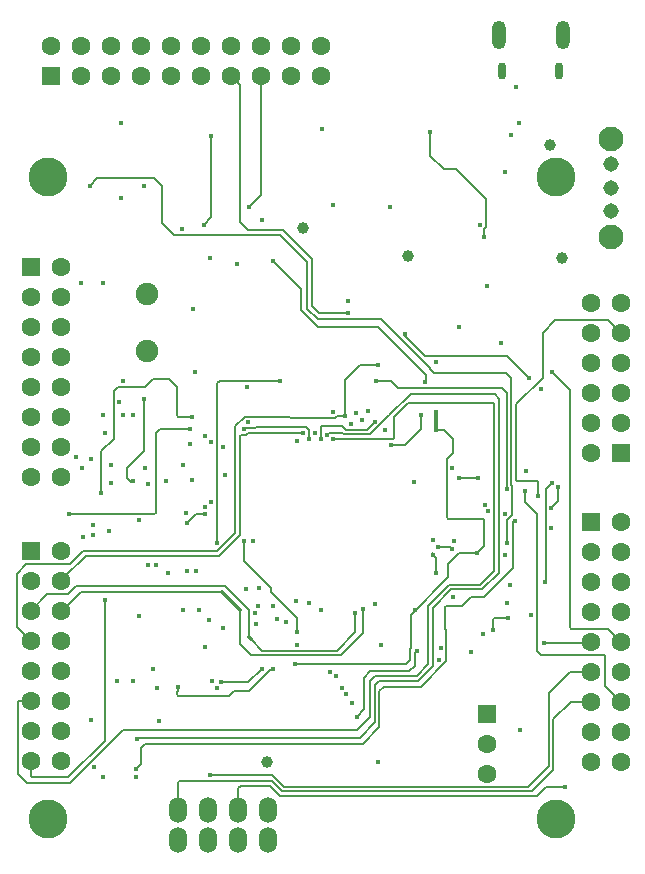
<source format=gbr>
%TF.GenerationSoftware,Altium Limited,Altium Designer,20.2.5 (213)*%
G04 Layer_Physical_Order=3*
G04 Layer_Color=16440176*
%FSLAX45Y45*%
%MOMM*%
%TF.SameCoordinates,0B4FD596-2A60-4D0F-BAE7-1B06E363B609*%
%TF.FilePolarity,Positive*%
%TF.FileFunction,Copper,L3,Inr,Signal*%
%TF.Part,Single*%
G01*
G75*
%TA.AperFunction,Conductor*%
%ADD26C,0.20000*%
%ADD27C,0.30000*%
%TA.AperFunction,ComponentPad*%
%ADD31C,1.30800*%
%ADD32C,2.10000*%
%ADD33C,1.60000*%
%ADD34R,1.60000X1.60000*%
%ADD35C,1.90500*%
%ADD36R,1.60000X1.60000*%
%ADD37O,1.52400X2.18440*%
%ADD38O,1.20000X2.40000*%
%ADD39O,0.73000X1.46000*%
%TA.AperFunction,ViaPad*%
%ADD40C,0.40000*%
%ADD41C,1.00000*%
%ADD42C,3.30000*%
D26*
X12419349Y4462007D02*
G03*
X12420709Y4462000I1251J109993D01*
G01*
X10167676Y5344514D02*
X10168540Y5345378D01*
X10591800Y6108700D02*
X10812260Y5888240D01*
X10591800Y6108700D02*
Y6146800D01*
X10812260Y5770000D02*
Y5888240D01*
X10363200Y6375400D02*
X10591800Y6146800D01*
X10363200Y6375400D02*
Y6540500D01*
X11770986Y5631397D02*
X11772900Y5633310D01*
Y5918200D01*
X12090400Y6235700D01*
X11770986Y5535286D02*
Y5631397D01*
X11734800Y5499100D02*
X11770986Y5535286D01*
X11762100Y5437500D02*
X11811000Y5486400D01*
Y5595288D02*
X11823700Y5607988D01*
X11811000Y5486400D02*
Y5595288D01*
X11823700Y5607988D02*
Y5613400D01*
X10795000Y5499100D02*
X11734800D01*
X11150554Y5614200D02*
X11303000Y5766647D01*
X10519674Y5614200D02*
X11150554D01*
X10325100Y5669074D02*
X10419974Y5574200D01*
X11181264D01*
X11367900Y5760836D01*
X10418874Y5715000D02*
X10519674Y5614200D01*
X10591718Y5461000D02*
X10604500D01*
X10401218Y5270500D02*
X10591718Y5461000D01*
X10274259Y5270500D02*
X10401218D01*
X10236159Y5232400D02*
X10274259Y5270500D01*
X9806300Y5232400D02*
X10236159D01*
X9794584Y5244116D02*
X9806300Y5232400D01*
X9794584Y5244116D02*
Y5260684D01*
X9804400Y5270500D01*
Y5308600D01*
X10399978Y5345378D02*
X10515600Y5461000D01*
X10168540Y5345378D02*
X10399978D01*
X8819992Y5949792D02*
X8978900Y6108700D01*
X10172700D01*
X10325100Y5669074D02*
Y5956300D01*
X10401300Y5732574D02*
Y5956300D01*
X12332500Y6438900D02*
X12395200Y6501600D01*
Y6718300D01*
X12382500Y6731000D02*
X12395200Y6718300D01*
X12077700Y6742716D02*
Y7239000D01*
Y6742716D02*
X12089416Y6731000D01*
X12382500D01*
X12077700Y7239000D02*
X12128500Y7289800D01*
Y7404100D01*
X12052300Y7480300D02*
X12128500Y7404100D01*
X11988800Y7480300D02*
X12052300D01*
X12090400Y6235700D02*
Y6350000D01*
X11959003Y6435873D02*
X11963400Y6431477D01*
Y6426200D02*
Y6431477D01*
X11959003Y6435873D02*
X11963400Y6431477D01*
Y6426200D02*
X11988800Y6400800D01*
Y6273800D02*
Y6400800D01*
X11963400Y6426200D02*
Y6431477D01*
X12090400Y6350000D02*
X12179300Y6438900D01*
X12332500D01*
X12121488Y6474953D02*
X12126900D01*
X12106741Y6489700D02*
X12121488Y6474953D01*
X12001500Y6489700D02*
X12106741D01*
X9791700Y7606316D02*
Y7848600D01*
X9803416Y7594600D02*
X9918700D01*
X9791700Y7606316D02*
X9803416Y7594600D01*
X9728200Y7912100D02*
X9791700Y7848600D01*
X9588500Y7912100D02*
X9728200D01*
X9525800Y7849400D02*
X9588500Y7912100D01*
X9258300Y7810500D02*
X9297200Y7849400D01*
X9525800D01*
X9258300Y7404100D02*
Y7810500D01*
X9155909Y7301709D02*
X9258300Y7404100D01*
X9372600Y7161816D02*
X9512300Y7301516D01*
Y7747000D01*
X9155909Y6946109D02*
Y7301709D01*
X9880600Y6692900D02*
X9956800Y6769100D01*
X10034442D01*
X9372600Y7073900D02*
X9403216Y7043284D01*
X9372600Y7073900D02*
Y7161816D01*
X8877300Y6769100D02*
X9602184D01*
X9613900Y6780816D02*
Y7454900D01*
X9652000Y7493000D01*
X9602184Y6769100D02*
X9613900Y6780816D01*
X10490200Y10464800D02*
X10502900Y10452100D01*
X10401300Y9372600D02*
X10502900Y9474200D01*
Y10452100D01*
X10490200Y10464800D02*
X10502900Y10477500D01*
X10325100Y9245600D02*
Y10401300D01*
Y9245600D02*
X10399400Y9171300D01*
X10248900Y10477500D02*
X10325100Y10401300D01*
X10399400Y9171300D02*
X10691500D01*
X9766300Y9131300D02*
X10668000D01*
X10691500Y9171300D02*
X10936600Y8926200D01*
X10668000Y9131300D02*
X10896600Y8902700D01*
X9664700Y9232900D02*
X9766300Y9131300D01*
X11607800Y7354100D02*
X11722900D01*
X11861800Y7493000D01*
X11112900Y7404100D02*
X11621484D01*
X11633200Y7415816D02*
Y7588832D01*
X11621484Y7404100D02*
X11633200Y7415816D01*
X11861800Y7493000D02*
Y7607300D01*
X11898800Y7886700D02*
X11899900Y7887800D01*
X11607800Y7899400D02*
X11670500Y7836700D01*
X12546800D02*
X12585700Y7797800D01*
X11670500Y7836700D02*
X12546800D01*
X11899900Y7887800D02*
Y7950200D01*
X12522200Y6273800D02*
Y7747000D01*
X11753268Y7708900D02*
X12470484D01*
X11772900Y7785100D02*
X12484100D01*
X11593200Y7605400D02*
X11772900Y7785100D01*
X12585700Y6985000D02*
Y7797800D01*
X11633200Y7588832D02*
X11753268Y7708900D01*
X12484100Y7785100D02*
X12522200Y7747000D01*
X12482200Y6290368D02*
Y7697184D01*
X12470484Y7708900D02*
X12482200Y7697184D01*
X11493500Y8356600D02*
X11899900Y7950200D01*
X10985500Y8356600D02*
X11493500D01*
X10845800Y8496300D02*
X10985500Y8356600D01*
X10896600Y8509000D02*
X10985500Y8420100D01*
X11518900D01*
X10845800Y8496300D02*
Y8674100D01*
X10604500Y8915400D02*
X10845800Y8674100D01*
X10020300Y9220200D02*
X10082420Y9282320D01*
Y9969500D01*
X11216375Y7596875D02*
Y7901675D01*
X11348235Y8033535D01*
X11494300D01*
X11593200Y7603958D02*
Y7605400D01*
X11433342Y7444100D02*
X11593200Y7603958D01*
X11206432Y7444100D02*
X11433342D01*
X11480198Y7893535D02*
X11484024Y7897362D01*
X11495471D02*
X11497509Y7899400D01*
X11484024Y7897362D02*
X11495471D01*
X11402631Y7484100D02*
X11468100Y7549568D01*
X11223000Y7484100D02*
X11402631D01*
X11010900Y7518400D02*
X11188700D01*
X11223000Y7484100D01*
X10157416Y7898600D02*
X10668000D01*
X10134600Y7875784D02*
X10157416Y7898600D01*
X10134600Y6527800D02*
Y7875784D01*
X11497509Y7899400D02*
X11607800D01*
X12593500Y8107500D02*
X12776200Y7924800D01*
X11895000Y8107500D02*
X12593500D01*
X11722100Y8280400D02*
X11895000Y8107500D01*
X11933995Y8001595D02*
X11968090Y7967500D01*
X12581100D02*
X12625700Y7922900D01*
X11968090Y7967500D02*
X12581100D01*
X11933995Y8001595D02*
Y8005005D01*
X11518900Y8420100D02*
X11933995Y8005005D01*
X10998200Y8470900D02*
X11238700D01*
X11239500Y8470100D01*
X10936600Y8532500D02*
X10998200Y8470900D01*
X10936600Y8532500D02*
Y8926200D01*
X10896600Y8509000D02*
Y8902700D01*
X11315700Y5054600D02*
X11379200Y5118100D01*
Y5384800D01*
X12484100Y5892800D02*
X12598400D01*
X12471400Y5791200D02*
Y5880100D01*
X12484100Y5892800D01*
X11924200Y5498000D02*
Y5993579D01*
X11840268Y5357500D02*
X11964200Y5481432D01*
X11823700Y5397500D02*
X11924200Y5498000D01*
Y5993579D02*
X12102821Y6172200D01*
X11964200Y5977010D02*
X12118406Y6131216D01*
X11964200Y5481432D02*
Y5977010D01*
X12364032Y6172200D02*
X12482200Y6290368D01*
X12283784Y6070600D02*
X12395200D01*
X12636500Y6701524D02*
X12637132D01*
X12648848Y6713240D01*
X12654260D01*
X12207584Y5994400D02*
X12283784Y6070600D01*
X12102821Y6172200D02*
X12364032D01*
X12636500Y6311900D02*
Y6701524D01*
X12076716Y5994400D02*
X12207584D01*
X12379616Y6131216D02*
X12522200Y6273800D01*
X12395200Y6070600D02*
X12636500Y6311900D01*
X12118406Y6131216D02*
X12379616D01*
X12065000Y5982684D02*
X12076716Y5994400D01*
X13280373Y5680727D02*
X13284200Y5676900D01*
X12907027Y5680727D02*
X13280373D01*
X12903200Y5676900D02*
X12907027Y5680727D01*
X13284200Y5676900D02*
X13296899Y5689600D01*
X8890000Y4495800D02*
X9334500Y4940300D01*
X11315700D01*
X8521700Y4495800D02*
X8890000D01*
X9182100Y4851400D02*
Y6045200D01*
X8569950Y4542184D02*
X8872884D01*
X9182100Y4851400D01*
X12625700Y7015710D02*
Y7922900D01*
X12665700Y7060216D02*
X12677416Y7048500D01*
X12840685D01*
X12625700Y7015710D02*
X12635700Y7005710D01*
X12665700Y7060216D02*
Y7700000D01*
X12890500Y7924800D01*
X12852400Y6922600D02*
Y7036784D01*
X12840685Y7048500D02*
X12852400Y7036784D01*
X12635700Y6765390D02*
Y7005710D01*
X12738100Y6870700D02*
Y6962600D01*
X13421016Y5311484D02*
X13550900Y5181600D01*
X13421016Y5311484D02*
Y5563584D01*
X12877800Y5575300D02*
X13409300D01*
X13421016Y5563584D01*
X13440900Y5799600D02*
X13550900Y5689600D01*
X13119099Y5811316D02*
X13130817Y5799600D01*
X13440900D01*
X13119099Y5811316D02*
Y7823200D01*
X12839700Y5613400D02*
X12877800Y5575300D01*
X12839700Y5613400D02*
Y6769100D01*
X12738100Y6870700D02*
X12839700Y6769100D01*
X12965900Y6824401D02*
X13017500Y6876001D01*
X12915900Y6195099D02*
Y6985000D01*
X12914099Y6193297D02*
X12915900Y6195099D01*
Y6985000D02*
X12966701Y7035800D01*
X13017500Y6876001D02*
Y6997700D01*
X12965900Y6822600D02*
Y6824401D01*
X10668000Y4381500D02*
X12839700D01*
X12915900Y4457700D02*
X13081000D01*
X12839700Y4381500D02*
X12915900Y4457700D01*
X12803999Y4422000D02*
X12981300Y4599300D01*
X10684068Y4422000D02*
X12803999D01*
X12981300Y4599300D02*
Y5031100D01*
X10581000Y4468500D02*
X10668000Y4381500D01*
X12420709Y4462000D02*
X12767800D01*
X12941299Y4635500D01*
X10071100Y4559300D02*
X10603337D01*
X10700630Y4462007D02*
X12419349D01*
X10603337Y4559300D02*
X10700630Y4462007D01*
X10597568Y4508500D02*
X10684068Y4422000D01*
X9817086Y4508500D02*
X10597568D01*
X12941299Y4635500D02*
Y5257800D01*
X10313370Y4261337D02*
Y4445970D01*
X10335900Y4468500D02*
X10581000D01*
X10313370Y4445970D02*
X10335900Y4468500D01*
X9805370Y4261337D02*
Y4496784D01*
X9817086Y4508500D01*
X12981300Y5031100D02*
X13131799Y5181600D01*
X12941299Y5257800D02*
X13119099Y5435600D01*
X13296899D01*
X12179300Y7073900D02*
X12342500D01*
X12344400Y7075800D01*
X12585700Y6715390D02*
X12635700Y6765390D01*
X12585700Y6527800D02*
Y6715390D01*
X9664700Y9232900D02*
Y9550400D01*
X9055100D02*
X9118600Y9613900D01*
X9601200D01*
X9664700Y9550400D01*
X13131799Y5181600D02*
X13296899D01*
X11303000Y5766647D02*
Y5930900D01*
X12890500Y7924800D02*
Y8305800D01*
X13000072Y8415372D01*
X13440999D01*
X13550999Y8305372D01*
X12966701Y7975600D02*
X13119099Y7823200D01*
X11938000Y9804400D02*
Y10007600D01*
Y9804400D02*
X12052300Y9690100D01*
X12153900D01*
X12407900Y9436100D01*
Y9199490D02*
Y9436100D01*
X12395200Y9118600D02*
Y9186790D01*
X12407900Y9199490D01*
X11722100Y8280400D02*
Y8293100D01*
X9524016Y4826000D02*
X11366500D01*
X9448800Y4610100D02*
X9488321Y4649621D01*
Y4790306D01*
X9524016Y4826000D01*
X11366500D02*
X11510000Y4969500D01*
Y5274300D02*
X11544300Y5308600D01*
X11510000Y4969500D02*
Y5274300D01*
X11544300Y5308600D02*
X11861800D01*
X12076900Y5523700D01*
Y5788087D01*
X12065000Y5799987D02*
Y5982684D01*
Y5799987D02*
X12076900Y5788087D01*
X11315700Y4940300D02*
X11430000Y5054600D01*
X9460400Y4868490D02*
X9464227Y4872316D01*
X9470379D01*
X9470664Y4872601D01*
X9482701D01*
X9486900Y4876800D01*
X11341100D01*
X11470000Y5005700D01*
X9652000Y7493000D02*
X9906000D01*
X10363200D02*
X10365100Y7494900D01*
X10383910Y7443000D02*
X10395810Y7454900D01*
X10325100Y6591021D02*
Y7431284D01*
X10336816Y7443000D01*
X10365100Y7494900D02*
X10454000D01*
X10395810Y7454900D02*
X10858500D01*
X10336816Y7443000D02*
X10383910D01*
X11133610Y7581031D02*
X11149455Y7596875D01*
X10368690Y7594900D02*
X10744215D01*
X10285100Y6607590D02*
Y7511310D01*
X11149455Y7596875D02*
X11216375D01*
X10758085Y7581031D02*
X11133610D01*
X10744215Y7594900D02*
X10758085Y7581031D01*
X10285100Y7511310D02*
X10368690Y7594900D01*
X10464000Y7504900D02*
X10884700D01*
X10454000Y7494900D02*
X10464000Y7504900D01*
X10884700D02*
X10909300Y7480300D01*
Y7404100D02*
Y7480300D01*
X11762100Y5437500D02*
Y5437500D01*
X11506200Y5357500D02*
X11840268D01*
X8558234Y4553900D02*
X8569950Y4542184D01*
X8553026Y5182584D02*
X8558234Y5187792D01*
X8445500Y4572000D02*
X8521700Y4495800D01*
X8445500Y5182584D02*
X8553026D01*
X8445500Y4572000D02*
Y5182584D01*
X8558234Y4553900D02*
Y4679792D01*
X11431900Y5437500D02*
X11762100D01*
X11379200Y5384800D02*
X11431900Y5437500D01*
X11470000Y5005700D02*
Y5321300D01*
X11506200Y5357500D01*
X11430000Y5054600D02*
Y5359400D01*
X11468100Y5397500D01*
X11823700D01*
X11196432Y7454100D02*
X11206432Y7444100D01*
X11081412Y7454100D02*
X11196432D01*
X11067112Y7439800D02*
X11081412Y7454100D01*
X11061700Y7439800D02*
X11067112D01*
X8998302Y6453500D02*
X10131010D01*
X10285100Y6607590D01*
X9021942Y6413500D02*
X10147579D01*
X10325100Y6591021D01*
X8842576Y6234134D02*
X9021942Y6413500D01*
X8437400Y6265700D02*
X8519492Y6347792D01*
X8892595D01*
X8998302Y6453500D01*
X11010900Y7404700D02*
Y7518400D01*
Y7404700D02*
X11011500Y7404100D01*
X8940800Y6159500D02*
X10198100D01*
X8870092Y6088792D02*
X8940800Y6159500D01*
X8437400Y5816626D02*
X8558234Y5695792D01*
X8437400Y5816626D02*
Y6265700D01*
X11367900Y5760836D02*
Y5965818D01*
X10198100Y6159500D02*
X10401300Y5956300D01*
X8697234Y6088792D02*
X8870092D01*
X8558234Y5949792D02*
X8697234Y6088792D01*
D27*
X10401300Y5732574D02*
X10418874Y5715000D01*
X11988800Y7480300D02*
Y7632700D01*
X10172700Y6108700D02*
X10325100Y5956300D01*
X8812234Y5949792D02*
X8819992D01*
X8812234Y5695792D02*
X8826500Y5710058D01*
X8812234Y6234134D02*
X8842576D01*
X8812234Y6203792D02*
Y6234134D01*
D31*
X13473134Y9331192D02*
D03*
Y9731192D02*
D03*
Y9531192D02*
D03*
D32*
Y9116192D02*
D03*
Y9946192D02*
D03*
D33*
X12420600Y4826000D02*
D03*
Y4572000D02*
D03*
X8724900Y10731500D02*
D03*
X8978900D02*
D03*
X9232900D02*
D03*
X9486900D02*
D03*
X9740900D02*
D03*
X9994900D02*
D03*
X10248900D02*
D03*
X10502900D02*
D03*
X10756900D02*
D03*
X11010900D02*
D03*
Y10477500D02*
D03*
X10756900D02*
D03*
X10502900D02*
D03*
X10248900D02*
D03*
X9994900D02*
D03*
X9740900D02*
D03*
X9486900D02*
D03*
X9232900D02*
D03*
X8978900D02*
D03*
X13296899Y6451600D02*
D03*
Y6197600D02*
D03*
Y5943600D02*
D03*
Y5689600D02*
D03*
Y5435600D02*
D03*
Y5181600D02*
D03*
Y4927600D02*
D03*
Y4673600D02*
D03*
X13550900D02*
D03*
Y4927600D02*
D03*
Y5181600D02*
D03*
Y5435600D02*
D03*
Y5689600D02*
D03*
Y5943600D02*
D03*
Y6197600D02*
D03*
Y6451600D02*
D03*
Y6705600D02*
D03*
X8558234Y6203792D02*
D03*
Y5949792D02*
D03*
Y5695792D02*
D03*
Y5441792D02*
D03*
Y5187792D02*
D03*
Y4933792D02*
D03*
Y4679792D02*
D03*
X8812234D02*
D03*
Y4933792D02*
D03*
Y5187792D02*
D03*
Y5441792D02*
D03*
Y5695792D02*
D03*
Y5949792D02*
D03*
Y6203792D02*
D03*
Y6457792D02*
D03*
Y8864252D02*
D03*
Y8610252D02*
D03*
Y8356252D02*
D03*
Y8102252D02*
D03*
Y7848252D02*
D03*
Y7594252D02*
D03*
Y7340252D02*
D03*
Y7086252D02*
D03*
X8558234D02*
D03*
Y7340252D02*
D03*
Y7594252D02*
D03*
Y7848252D02*
D03*
Y8102252D02*
D03*
Y8356252D02*
D03*
Y8610252D02*
D03*
X13550999Y8559372D02*
D03*
Y8305372D02*
D03*
Y8051372D02*
D03*
Y7797372D02*
D03*
Y7543372D02*
D03*
X13296999Y8559372D02*
D03*
Y8305372D02*
D03*
Y8051372D02*
D03*
Y7797372D02*
D03*
Y7543372D02*
D03*
Y7289372D02*
D03*
D34*
X12420600Y5080000D02*
D03*
X13296899Y6705600D02*
D03*
X8558234Y6457792D02*
D03*
Y8864252D02*
D03*
X13550999Y7289372D02*
D03*
D35*
X9537700Y8636000D02*
D03*
Y8146004D02*
D03*
D36*
X8724900Y10477500D02*
D03*
D37*
X10564830Y4007337D02*
D03*
X10310830D02*
D03*
X10058100D02*
D03*
X9802830D02*
D03*
X9805370Y4261337D02*
D03*
X10061910D02*
D03*
X10313370D02*
D03*
X10564830D02*
D03*
D38*
X12517900Y10823500D02*
D03*
X13062900D02*
D03*
D39*
X12547900Y10520500D02*
D03*
X13032899D02*
D03*
D40*
X10167676Y5344514D02*
D03*
X10133924Y5294907D02*
D03*
X10185400Y5803900D02*
D03*
X10604500Y5994400D02*
D03*
X11137900Y5397500D02*
D03*
X11087100Y5435600D02*
D03*
X10807700Y5664200D02*
D03*
X9626600Y5295900D02*
D03*
X10604500Y5461000D02*
D03*
X10515600D02*
D03*
X10795000Y5499100D02*
D03*
X10812260Y5770000D02*
D03*
X10718800Y5854700D02*
D03*
X11518900Y5664200D02*
D03*
X11473801Y6009433D02*
D03*
X9613900Y6337300D02*
D03*
X9715500Y6273800D02*
D03*
X9474200Y5905500D02*
D03*
X9842500Y5957100D02*
D03*
X10067447Y5870782D02*
D03*
X12127700Y7162800D02*
D03*
X11811000Y5956300D02*
D03*
X11988800Y6273800D02*
D03*
X12573000Y6426200D02*
D03*
X12332500Y6438900D02*
D03*
X10363200Y6540500D02*
D03*
X10198100Y7099300D02*
D03*
X12126900Y6474953D02*
D03*
X12141200Y6540500D02*
D03*
X11963400Y6553200D02*
D03*
X12001500Y6489700D02*
D03*
X9334500Y7899400D02*
D03*
X9308300Y7721600D02*
D03*
X9232900Y7035800D02*
D03*
X9155909Y6946109D02*
D03*
X9880600Y6692900D02*
D03*
X9867900Y6781800D02*
D03*
X10034442Y6769100D02*
D03*
X10032200Y6829058D02*
D03*
X9550400Y7023100D02*
D03*
X9423400Y7046900D02*
D03*
X9474200Y6718300D02*
D03*
X10083800Y6869900D02*
D03*
X9523900Y7162000D02*
D03*
X9512300Y7747000D02*
D03*
X10299700Y8890000D02*
D03*
X10401300Y9372600D02*
D03*
X10515600Y9258300D02*
D03*
X11861800Y7607300D02*
D03*
X11898800Y7886700D02*
D03*
X10604500Y8915400D02*
D03*
X10071100Y8940800D02*
D03*
X10020300Y9220200D02*
D03*
X10082420Y9969500D02*
D03*
X11310400Y7624670D02*
D03*
X11468100Y7549568D02*
D03*
X11480198Y7893535D02*
D03*
X11494300Y8033535D02*
D03*
X11556200Y7483012D02*
D03*
X11266375Y7534100D02*
D03*
X10388600Y7848600D02*
D03*
X10668000Y7898600D02*
D03*
X11988800Y8057500D02*
D03*
X11410400Y7641250D02*
D03*
X11239500Y8470100D02*
D03*
X11607800Y7354100D02*
D03*
X11315700Y5054600D02*
D03*
X11277600Y5168900D02*
D03*
X12026900Y5638000D02*
D03*
X11823700Y5613400D02*
D03*
X12280900Y5600700D02*
D03*
X12598400Y5892800D02*
D03*
X12585700Y6019800D02*
D03*
X12788900Y5918200D02*
D03*
X11012900Y5956300D02*
D03*
X12014200Y5537200D02*
D03*
X12471400Y5791200D02*
D03*
X12382500Y5753100D02*
D03*
X12903200Y5676900D02*
D03*
X9096805Y4631895D02*
D03*
X9068600Y5029200D02*
D03*
X9283700Y5359400D02*
D03*
X12585700Y6985000D02*
D03*
X12738100Y6962600D02*
D03*
X12965900Y6822600D02*
D03*
Y6654800D02*
D03*
X12852400Y6922600D02*
D03*
X9956800Y6286500D02*
D03*
X9880600D02*
D03*
X9982200Y5957100D02*
D03*
X13081000Y4457700D02*
D03*
X10439400Y6543300D02*
D03*
X10071100Y4559300D02*
D03*
X12344400Y7075800D02*
D03*
X12179300Y7073900D02*
D03*
X12407100Y6850279D02*
D03*
X12585700Y6527800D02*
D03*
X12611100Y6172200D02*
D03*
X12914099Y6193297D02*
D03*
X12128500Y6070600D02*
D03*
X9842160Y9181300D02*
D03*
X9169400Y8724900D02*
D03*
X9944100Y7975600D02*
D03*
X12654260Y6713240D02*
D03*
X12572200Y6772600D02*
D03*
X12700000Y4940300D02*
D03*
X11303000Y5930900D02*
D03*
X12874335Y7826666D02*
D03*
X12432200Y6795462D02*
D03*
X13017500Y6997700D02*
D03*
X12966701Y7035800D02*
D03*
X11988800Y7480300D02*
D03*
Y7632700D02*
D03*
X12179300Y8356600D02*
D03*
X11938000Y10007600D02*
D03*
X12357900Y9220200D02*
D03*
X12395200Y9118600D02*
D03*
X10809300Y7391575D02*
D03*
X11366375Y7569200D02*
D03*
X11722100Y8293100D02*
D03*
X12534900Y8216900D02*
D03*
X12776200Y7924800D02*
D03*
X12966701Y7975600D02*
D03*
X12750800Y7137400D02*
D03*
X11805800Y7043300D02*
D03*
X11023600Y10033000D02*
D03*
X11493500Y4673600D02*
D03*
X9804400Y5308600D02*
D03*
X10911000Y6019800D02*
D03*
X10483790Y5993600D02*
D03*
X10642600Y5880100D02*
D03*
X10804300Y6032500D02*
D03*
X10464800Y5842000D02*
D03*
X10093324Y5355365D02*
D03*
X9588500Y5461000D02*
D03*
X10031434Y5640366D02*
D03*
X11226800Y5244300D02*
D03*
X9640400Y5016500D02*
D03*
X9460400Y4868490D02*
D03*
X9906000Y7493000D02*
D03*
X8877300Y6769100D02*
D03*
X10363200Y7493000D02*
D03*
X10393306Y7544900D02*
D03*
X10858500Y7454900D02*
D03*
X10909300Y7404100D02*
D03*
X11963400Y6426200D02*
D03*
X9068600Y7239000D02*
D03*
X10134600Y6527800D02*
D03*
X11112900Y7404100D02*
D03*
X11061700Y7439800D02*
D03*
X9220200Y6629400D02*
D03*
X9182100Y6045200D02*
D03*
X10033000Y7429500D02*
D03*
X9906800Y7366000D02*
D03*
X9842500Y7188200D02*
D03*
X9702800Y7048500D02*
D03*
X9918700Y7594600D02*
D03*
X11011500Y7404100D02*
D03*
X10960100Y7454900D02*
D03*
X9550400Y6337300D02*
D03*
X11216375Y7596875D02*
D03*
X11188700Y5295900D02*
D03*
X11367900Y5965818D02*
D03*
X9918967Y7055978D02*
D03*
X10490200Y6146800D02*
D03*
X9931400Y8509000D02*
D03*
X10184600Y7336300D02*
D03*
X10083009Y7379491D02*
D03*
X11112900Y7631030D02*
D03*
X9424500Y5359400D02*
D03*
X8940800Y7251700D02*
D03*
X9080500Y6680200D02*
D03*
X10456300Y5930900D02*
D03*
X10375900Y6135234D02*
D03*
X9001992Y6578600D02*
D03*
X9080500Y6591300D02*
D03*
X12420600Y8699500D02*
D03*
X12573000Y9664700D02*
D03*
X12661900Y10388600D02*
D03*
X11239500Y8572500D02*
D03*
X11595100Y9372600D02*
D03*
X11112500Y9385300D02*
D03*
X9512300Y9550400D02*
D03*
X9448800Y4610100D02*
D03*
X9183200Y7454900D02*
D03*
X9334500Y7607300D02*
D03*
X9169400D02*
D03*
X8978900Y8724900D02*
D03*
X9232900Y7188200D02*
D03*
X8990800Y7162800D02*
D03*
X9423400Y7607300D02*
D03*
X9448800Y4540111D02*
D03*
X9169400Y4546600D02*
D03*
X12623800Y9982200D02*
D03*
X12687300Y10083800D02*
D03*
X9055100Y9550400D02*
D03*
X9321800Y9448800D02*
D03*
Y10083800D02*
D03*
D41*
X10553700Y4673600D02*
D03*
X10858500Y9194800D02*
D03*
X11747500Y8953500D02*
D03*
X13055600Y8940800D02*
D03*
X12953999Y9893300D02*
D03*
D42*
X8699500Y4191000D02*
D03*
X13004800D02*
D03*
Y9626600D02*
D03*
X8699500D02*
D03*
%TF.MD5,e9276cc42c8a9e63f178870c3535fbce*%
M02*

</source>
